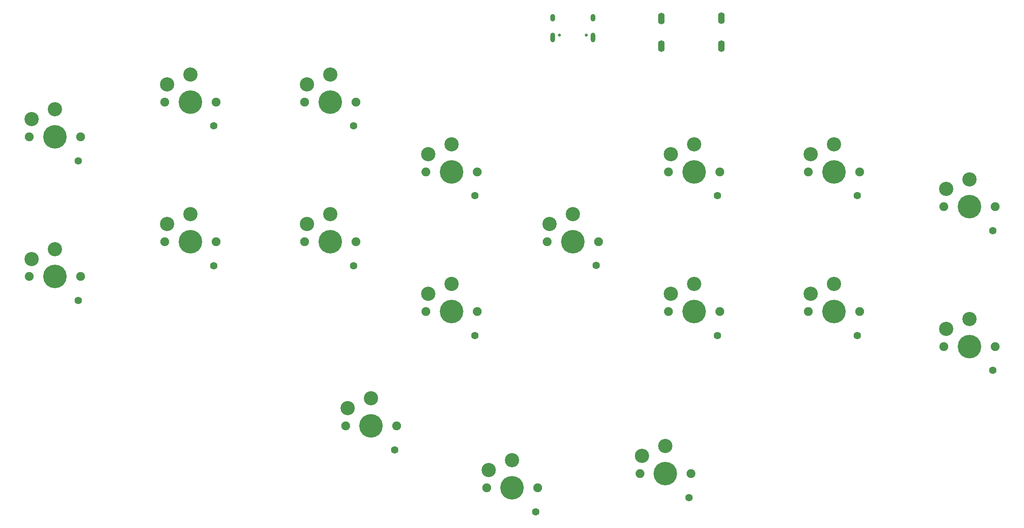
<source format=gbs>
G04 #@! TF.GenerationSoftware,KiCad,Pcbnew,8.0.1*
G04 #@! TF.CreationDate,2024-03-30T21:55:46-07:00*
G04 #@! TF.ProjectId,proj,70726f6a-2e6b-4696-9361-645f70636258,rev?*
G04 #@! TF.SameCoordinates,Original*
G04 #@! TF.FileFunction,Soldermask,Bot*
G04 #@! TF.FilePolarity,Negative*
%FSLAX46Y46*%
G04 Gerber Fmt 4.6, Leading zero omitted, Abs format (unit mm)*
G04 Created by KiCad (PCBNEW 8.0.1) date 2024-03-30 21:55:46*
%MOMM*%
%LPD*%
G01*
G04 APERTURE LIST*
%ADD10O,1.400000X2.500000*%
%ADD11C,0.650000*%
%ADD12O,1.000000X2.100000*%
%ADD13O,1.000000X1.600000*%
%ADD14C,1.900000*%
%ADD15C,1.600000*%
%ADD16C,5.050000*%
%ADD17C,3.050000*%
G04 APERTURE END LIST*
D10*
X194803200Y-37130784D03*
X194803200Y-31128784D03*
X182001200Y-31179284D03*
X182001200Y-37130784D03*
D11*
X165883800Y-34718800D03*
X160103800Y-34718800D03*
D12*
X167313800Y-35218800D03*
D13*
X167313800Y-31038800D03*
D12*
X158673800Y-35218800D03*
D13*
X158673800Y-31038800D03*
D14*
X116529000Y-79084100D03*
D15*
X116029000Y-84234100D03*
D16*
X111029000Y-79084100D03*
D17*
X111029000Y-73184100D03*
X106029000Y-75284100D03*
D14*
X105529000Y-79084100D03*
X86529000Y-49084000D03*
D15*
X86029000Y-54234000D03*
D16*
X81029000Y-49084000D03*
D17*
X81029000Y-43184000D03*
X76029000Y-45284000D03*
D14*
X75529000Y-49084000D03*
X116529000Y-49084000D03*
D15*
X116029000Y-54234000D03*
D16*
X111029000Y-49084000D03*
D17*
X111029000Y-43184000D03*
X106029000Y-45284000D03*
D14*
X105529000Y-49084000D03*
X155500000Y-131915900D03*
D15*
X155000000Y-137065900D03*
D16*
X150000000Y-131915900D03*
D17*
X150000000Y-126015900D03*
X145000000Y-128115900D03*
D14*
X144500000Y-131915900D03*
X168477000Y-79065100D03*
D15*
X167977000Y-84215100D03*
D16*
X162977000Y-79065100D03*
D17*
X162977000Y-73165100D03*
X157977000Y-75265100D03*
D14*
X157477000Y-79065100D03*
X253518500Y-71584100D03*
D15*
X253018500Y-76734100D03*
D16*
X248018500Y-71584100D03*
D17*
X248018500Y-65684100D03*
X243018500Y-67784100D03*
D14*
X242518500Y-71584100D03*
X253518500Y-101584100D03*
D15*
X253018500Y-106734100D03*
D16*
X248018500Y-101584100D03*
D17*
X248018500Y-95684100D03*
X243018500Y-97784100D03*
D14*
X242518500Y-101584100D03*
X57481000Y-86584100D03*
D15*
X56981000Y-91734100D03*
D16*
X51981000Y-86584100D03*
D17*
X51981000Y-80684100D03*
X46981000Y-82784100D03*
D14*
X46481000Y-86584100D03*
X224471100Y-64084100D03*
D15*
X223971100Y-69234100D03*
D16*
X218971100Y-64084100D03*
D17*
X218971100Y-58184100D03*
X213971100Y-60284100D03*
D14*
X213471100Y-64084100D03*
X142510000Y-64084100D03*
D15*
X142010000Y-69234100D03*
D16*
X137010000Y-64084100D03*
D17*
X137010000Y-58184100D03*
X132010000Y-60284100D03*
D14*
X131510000Y-64084100D03*
X86529000Y-79084100D03*
D15*
X86029000Y-84234100D03*
D16*
X81029000Y-79084100D03*
D17*
X81029000Y-73184100D03*
X76029000Y-75284100D03*
D14*
X75529000Y-79084100D03*
X188350400Y-128896900D03*
D15*
X187850400Y-134046900D03*
D16*
X182850400Y-128896900D03*
D17*
X182850400Y-122996900D03*
X177850400Y-125096900D03*
D14*
X177350400Y-128896900D03*
X142497000Y-94065100D03*
D15*
X141997000Y-99215100D03*
D16*
X136997000Y-94065100D03*
D17*
X136997000Y-88165100D03*
X131997000Y-90265100D03*
D14*
X131497000Y-94065100D03*
X57481000Y-56584100D03*
D15*
X56981000Y-61734100D03*
D16*
X51981000Y-56584100D03*
D17*
X51981000Y-50684100D03*
X46981000Y-52784100D03*
D14*
X46481000Y-56584100D03*
X194471100Y-64084100D03*
D15*
X193971100Y-69234100D03*
D16*
X188971100Y-64084100D03*
D17*
X188971100Y-58184100D03*
X183971100Y-60284100D03*
D14*
X183471100Y-64084100D03*
X224458100Y-94065100D03*
D15*
X223958100Y-99215100D03*
D16*
X218958100Y-94065100D03*
D17*
X218958100Y-88165100D03*
X213958100Y-90265100D03*
D14*
X213458100Y-94065100D03*
X194458100Y-94065100D03*
D15*
X193958100Y-99215100D03*
D16*
X188958100Y-94065100D03*
D17*
X188958100Y-88165100D03*
X183958100Y-90265100D03*
D14*
X183458100Y-94065100D03*
X125272000Y-118627700D03*
D15*
X124772000Y-123777700D03*
D16*
X119772000Y-118627700D03*
D17*
X119772000Y-112727700D03*
X114772000Y-114827700D03*
D14*
X114272000Y-118627700D03*
M02*

</source>
